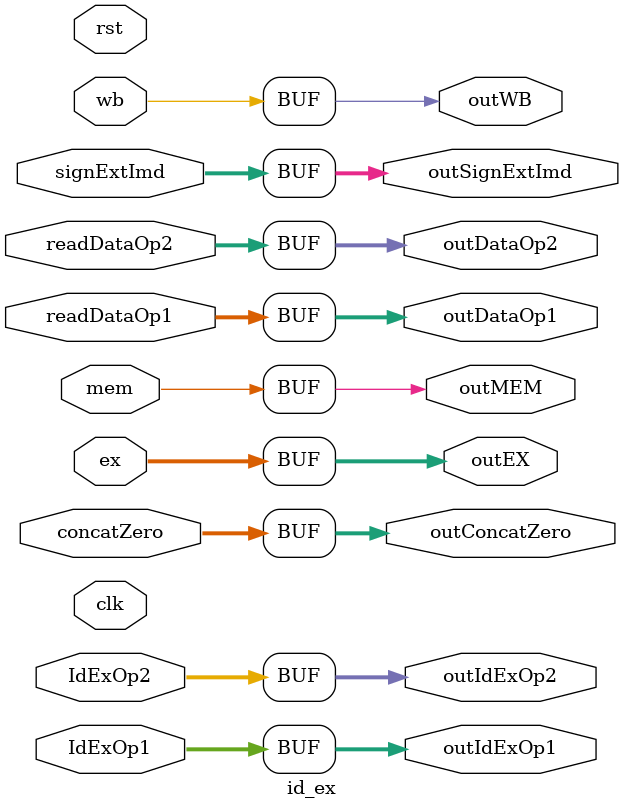
<source format=v>
module id_ex(
	input clk, rst,
	input [15:0] readDataOp1, readDataOp2,
	input [15:0] concatZero, signExtImd, 
	input [3:0] IdExOp1, IdExOp2,
	input wb, mem,
	input  [1:0] ex,
	output  [15:0] outDataOp1, outDataOp2, outConcatZero, outSignExtImd, 
	output  [3:0] outIdExOp1, outIdExOp2,
	output  outWB, outMEM,
	output  [1:0] outEX
);

reg [15:0] inDataOp1, inDataOp2, inConcatZero, inSignExtImd;
reg [3:0] inIdExOp1, inIdExOp2;
reg inWB, inMEM;
reg inEX;

assign outEX = ex;
assign outDataOp1 = readDataOp1;
assign outDataOp2 = readDataOp2;
assign outConcatZero = concatZero;
assign outSignExtImd = signExtImd;
assign outIdExOp1 = IdExOp1;
assign outIdExOp2 = IdExOp2;
assign outWB = wb;
assign outMEM = mem;

always@(posedge clk or negedge rst) begin

	if(!rst) begin
		//outDataOp1 <= 16'hxxxx;
		//outDataOp2 <= 16'hxxxx;
		//outConcatZero <= 16'hxxxx;
	end
	else begin
		inEX = ex;
		inDataOp1 = readDataOp1;
		inDataOp2 = readDataOp2;
		inConcatZero = concatZero;
		inSignExtImd = signExtImd;
		inIdExOp1 = IdExOp1;
		inIdExOp2 = IdExOp2;
		inWB = wb;
		inMEM = mem;
	end
end
endmodule

</source>
